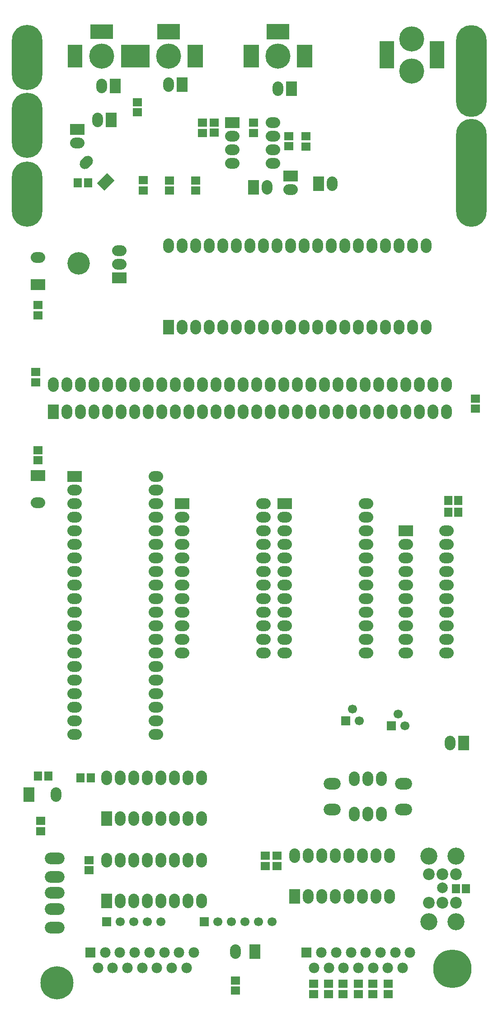
<source format=gbs>
G04 DipTrace 3.3.1.3*
G04 bottom_mask_dendy_junior_II_rev_2.2.gbs*
%MOMM*%
G04 #@! TF.FileFunction,Soldermask,Bot*
G04 #@! TF.Part,Single*
%AMOUTLINE1*
4,1,16,
0.96258,-0.45164,
1.19378,-0.08364,
1.24373,0.35975,
1.09638,0.78087,
0.78087,1.09638,
0.35975,1.24373,
-0.08364,1.19378,
-0.45164,0.96258,
-0.96258,0.45164,
-1.19378,0.08364,
-1.24373,-0.35975,
-1.09638,-0.78087,
-0.78087,-1.09638,
-0.35975,-1.24373,
0.08364,-1.19378,
0.45164,-0.96258,
0.96258,-0.45164,
0*%
%AMOUTLINE4*
4,1,4,
-0.2475,-1.66169,
-1.66169,-0.2475,
0.2475,1.66169,
1.66169,0.2475,
-0.2475,-1.66169,
0*%
%AMOUTLINE7*
4,1,4,
1.0,-1.35,
-1.0,-1.35,
-1.0,1.35,
1.0,1.35,
1.0,-1.35,
0*%
%AMOUTLINE10*
4,1,16,
1.0,0.36127,
0.90328,0.78501,
0.62509,1.13383,
0.22309,1.32743,
-0.22309,1.32743,
-0.62509,1.13383,
-0.90328,0.78501,
-1.0,0.36127,
-1.0,-0.36127,
-0.90328,-0.78501,
-0.62509,-1.13383,
-0.22309,-1.32743,
0.22309,-1.32743,
0.62509,-1.13383,
0.90328,-0.78501,
1.0,-0.36127,
1.0,0.36127,
0*%
%AMOUTLINE13*
4,1,4,
2.1,-1.4,
-2.1,-1.4,
-2.1,1.4,
2.1,1.4,
2.1,-1.4,
0*%
%AMOUTLINE16*
4,1,4,
1.4,2.1,
1.4,-2.1,
-1.4,-2.1,
-1.4,2.1,
1.4,2.1,
0*%
%ADD19C,2.0*%
%ADD59C,0.9*%
%ADD69C,3.2*%
%ADD71C,2.2*%
%ADD73O,3.2X2.2*%
%ADD75O,3.7X2.2*%
%ADD77O,5.7X20.2*%
%ADD79C,4.2*%
%ADD81O,5.7X17.2*%
%ADD83C,7.2*%
%ADD85O,5.7X12.2*%
%ADD87C,6.2*%
%ADD89R,2.7X5.2*%
%ADD91C,4.7*%
%ADD93R,2.8X4.2*%
%ADD95R,4.2X2.8*%
%ADD99C,1.7*%
%ADD101R,1.7X1.7*%
%ADD103C,1.978*%
%ADD105R,1.978X1.978*%
%ADD107R,1.7X1.5*%
%ADD109O,2.7X2.0*%
%ADD111R,2.7X2.0*%
%ADD113O,2.0X2.7*%
%ADD115R,2.0X2.7*%
%ADD119R,1.5X1.7*%
%ADD133OUTLINE1*%
%ADD136OUTLINE4*%
%ADD139OUTLINE7*%
%ADD142OUTLINE10*%
%ADD145OUTLINE13*%
%ADD148OUTLINE16*%
%FSLAX35Y35*%
G04*
G71*
G90*
G75*
G01*
G04 BotMask*
%LPD*%
D59*
X9367003Y2158997D3*
Y1619190D3*
X9636907Y1889093D3*
X9097100D3*
X9541647Y1682697D3*
X9573400Y2079613D3*
X9176483Y1682697D3*
Y2095490D3*
X1952600Y1857340D3*
Y1381040D3*
X2190750Y1619190D3*
X1730327D3*
X2111367Y1444547D3*
Y1777957D3*
X1793833Y1460423D3*
Y1777957D3*
D115*
X3048093Y18400827D3*
D113*
X2794090D3*
D115*
X4302347Y18432580D3*
D113*
X4048343D3*
D111*
X2333640Y17591117D3*
D109*
Y17337113D3*
D115*
X2968707Y17765760D3*
D113*
X2714703D3*
D111*
X6334560Y16717900D3*
D109*
Y16463897D3*
D115*
X9573403Y6112287D3*
D113*
X9319400D3*
D107*
X1603313Y11399217D3*
Y11589217D3*
D109*
X1603340Y10605410D3*
D111*
Y11113410D3*
D119*
X2540037Y16590887D3*
X2350037D3*
D133*
X2508283Y16971927D3*
D136*
X2867493Y16612713D3*
D107*
X5635987Y17717610D3*
Y17527610D3*
D139*
X5636073Y16511497D3*
D142*
X5890077D3*
D119*
X2587667Y5461343D3*
X2397667D3*
X9287880Y10430480D3*
X9477880D3*
D107*
X2555913Y3921307D3*
Y3731307D3*
X6080533Y4000690D3*
Y3810690D3*
D115*
X6858490Y16575010D3*
D113*
X7112493D3*
D115*
X6350427Y18353187D3*
D113*
X6096423D3*
D107*
X1603313Y14304647D3*
Y14114647D3*
D109*
Y15193740D3*
D111*
Y14685740D3*
D119*
Y5493097D3*
X1793313D3*
D113*
X1936723Y5143810D3*
D115*
X1428723D3*
D107*
X1555683Y12860390D3*
Y13050390D3*
D119*
X9287620Y10653013D3*
X9477620D3*
D107*
X1650943Y4651633D3*
Y4461633D3*
X5858260Y4000690D3*
Y3810690D3*
X9795673Y12367693D3*
Y12557693D3*
D115*
X1889137Y12304173D3*
D113*
X2143137D3*
X2397093Y12304187D3*
X2651093D3*
X2905097D3*
X3159093D3*
X3413093D3*
X3667097D3*
X3921093D3*
X4175093D3*
X4429097D3*
X4683093D3*
X4937093D3*
X5191097D3*
X5445097D3*
X5699093D3*
X5953097D3*
X6207097D3*
X6461093D3*
X6715097D3*
X6969097D3*
X7223093D3*
X7477097D3*
X7731097D3*
X7985093D3*
X8239093D3*
X8493097D3*
X8747093D3*
X9001093D3*
X9255097D3*
Y12812187D3*
X9001093D3*
X8747093D3*
X8493097D3*
X8239093D3*
X7985093D3*
X7731097D3*
X7477097D3*
X7223093D3*
X6969097D3*
X6715097D3*
X6461093D3*
X6207097D3*
X5953097D3*
X5699093D3*
X5445097D3*
X5191097D3*
X4937093D3*
X4683093D3*
X4429097D3*
X4175093D3*
X3921093D3*
X3667097D3*
X3413093D3*
X3159093D3*
X2905097D3*
X2651093D3*
X2397093D3*
X2143097D3*
X1889093D3*
X7525310Y5445467D3*
X7779310D3*
X8033310D3*
X7525310Y4778647D3*
X7779310D3*
X8033310D3*
D105*
X2583430Y2189403D3*
D103*
X2860330D3*
X3137130D3*
X3414030D3*
X3690833D3*
X3967733D3*
X4244633D3*
X4521430D3*
X2723130Y1905003D3*
X2999930D3*
X3276830D3*
X3553627D3*
X3830527D3*
X4107427D3*
X4384230D3*
D105*
X6633590Y2189403D3*
D103*
X6910490D3*
X7187290D3*
X7464190D3*
X7740993D3*
X8017893D3*
X8294793D3*
X8571590D3*
X6773290Y1905003D3*
X7050090D3*
X7326990D3*
X7603787D3*
X7880687D3*
X8157587D3*
X8434390D3*
D101*
X2889323Y2762310D3*
D99*
X3143323D3*
X3397323D3*
X3651323D3*
X3905323D3*
D101*
X4715140D3*
D99*
X4969140D3*
X5223140D3*
X5477140D3*
X5731140D3*
X5985140D3*
D95*
X2794063Y19416933D3*
D93*
X2294063Y18966933D3*
X3294063D3*
D91*
X2794063D3*
D145*
X4048320Y19416933D3*
D148*
X3548320Y18966933D3*
X4548320D3*
D91*
X4048320D3*
D145*
X6096410Y19416933D3*
D148*
X5596410Y18966933D3*
X6596410D3*
D91*
X6096410D3*
X8604923Y18686607D3*
Y19286607D3*
D89*
X9073503Y18986423D3*
X8134923Y18986607D3*
D115*
X5667740Y2206627D3*
D87*
X1952600Y1619190D3*
D113*
X5302577Y2206627D3*
D85*
X1396917Y18940633D3*
D83*
X9367003Y1889093D3*
D85*
X1396917Y17670500D3*
Y16384490D3*
D81*
X9718007Y18686253D3*
D79*
X2365393Y15082603D3*
D77*
X9716290Y16781407D3*
D75*
X1917497Y3953060D3*
Y3602760D3*
Y3304960D3*
Y3003960D3*
Y2654860D3*
D101*
X8223883Y6429820D3*
D99*
X8350883Y6652020D3*
X8477883Y6429820D3*
D101*
X7366543Y6525080D3*
D99*
X7493543Y6747280D3*
X7620543Y6525080D3*
D73*
X7112517Y5350207D3*
Y4867607D3*
X8446157Y5350207D3*
Y4867607D3*
D107*
X4064197Y16638517D3*
Y16448517D3*
X3572020Y16639037D3*
Y16449037D3*
X4556373Y16638517D3*
Y16448517D3*
X4683387Y17527610D3*
Y17717610D3*
X6620340Y17273583D3*
Y17463583D3*
X4905660Y17718130D3*
Y17528130D3*
X6302807Y17464103D3*
Y17274103D3*
X8160377Y1412793D3*
Y1602793D3*
X7874597Y1412793D3*
Y1602793D3*
X6763230Y1413313D3*
Y1603313D3*
X7604693Y1412793D3*
Y1602793D3*
X7318913Y1412793D3*
Y1602793D3*
X7049010Y1412793D3*
Y1602793D3*
X3460883Y18099170D3*
Y17909170D3*
D119*
X9621030Y3381500D3*
X9431030D3*
D107*
X5302837Y1476560D3*
Y1666560D3*
D71*
X8922457Y3659313D3*
X9176457D3*
X9430457D3*
X8922457Y3124913D3*
X9176457D3*
X9430457D3*
D69*
X8922457Y2770213D3*
Y3992613D3*
X9430457D3*
Y2770213D3*
D19*
X9176457Y3397313D3*
D111*
X2286010Y11097560D3*
D109*
Y10843560D3*
Y10589560D3*
Y10335560D3*
Y10081560D3*
Y9827560D3*
Y9573560D3*
Y9319560D3*
Y9065560D3*
Y8811560D3*
Y8557560D3*
Y8303560D3*
Y8049560D3*
Y7795560D3*
Y7541560D3*
Y7287560D3*
Y7033563D3*
Y6779560D3*
Y6525560D3*
Y6271563D3*
X3810010D3*
Y6525560D3*
Y6779560D3*
Y7033563D3*
Y7287560D3*
Y7541560D3*
Y7795560D3*
Y8049560D3*
Y8303560D3*
Y8557560D3*
Y8811560D3*
Y9065560D3*
Y9319560D3*
Y9573560D3*
Y9827560D3*
Y10081560D3*
Y10335560D3*
Y10589560D3*
Y10843560D3*
Y11097560D3*
D115*
X4048320Y13891853D3*
D113*
X4302320D3*
X4556320D3*
X4810320D3*
X5064320D3*
X5318320D3*
X5572320D3*
X5826320D3*
X6080320D3*
X6334320D3*
X6588320D3*
X6842320D3*
X7096320D3*
X7350320D3*
X7604320D3*
X7858320D3*
X8112317D3*
X8366320D3*
X8620320D3*
X8874317D3*
Y15415853D3*
X8620320D3*
X8366320D3*
X8112317D3*
X7858320D3*
X7604320D3*
X7350320D3*
X7096320D3*
X6842320D3*
X6588320D3*
X6334320D3*
X6080320D3*
X5826320D3*
X5572320D3*
X5318320D3*
X5064320D3*
X4810320D3*
X4556320D3*
X4302320D3*
X4048320D3*
D115*
X2889377Y4699397D3*
D113*
X3143377D3*
X3397377D3*
X3651377D3*
X3905377D3*
X4159377D3*
X4413377D3*
X4667377D3*
Y5461397D3*
X4413377D3*
X4159377D3*
X3905377D3*
X3651377D3*
X3397377D3*
X3143377D3*
X2889377D3*
D111*
X8493787Y10081453D3*
D109*
Y9827453D3*
Y9573453D3*
Y9319453D3*
Y9065450D3*
Y8811450D3*
Y8557453D3*
Y8303450D3*
Y8049450D3*
Y7795453D3*
X9255787Y10081450D3*
Y9827450D3*
Y9573450D3*
Y9319453D3*
Y9065450D3*
Y8811450D3*
Y8557453D3*
Y8303450D3*
Y8049450D3*
Y7795453D3*
D115*
X2889377Y3159360D3*
D113*
X3143377D3*
X3397377D3*
X3651377D3*
X3905377D3*
X4159377D3*
X4413377D3*
X4667377D3*
Y3921360D3*
X4413377D3*
X4159377D3*
X3905377D3*
X3651377D3*
X3397377D3*
X3143377D3*
X2889377D3*
D115*
X6413943Y3238610D3*
D113*
X6667943D3*
X6921943D3*
X7175943D3*
X7429943D3*
X7683943D3*
X7937943D3*
X8191943D3*
Y4000610D3*
X7937943D3*
X7683943D3*
X7429943D3*
X7175943D3*
X6921943D3*
X6667943D3*
X6413943D3*
D111*
X3127473Y14812700D3*
D109*
Y15066700D3*
Y15320700D3*
D111*
X5239070Y17718130D3*
D109*
Y17464130D3*
Y17210130D3*
Y16956130D3*
X6001070D3*
Y17210130D3*
Y17464130D3*
Y17718130D3*
D111*
X4302347Y10589507D3*
D109*
Y10335507D3*
Y10081507D3*
Y9827507D3*
Y9573507D3*
Y9319507D3*
Y9065507D3*
Y8811507D3*
Y8557507D3*
Y8303507D3*
Y8049507D3*
Y7795507D3*
X5826347D3*
Y8049507D3*
Y8303507D3*
Y8557507D3*
Y8811507D3*
Y9065507D3*
Y9319507D3*
Y9573507D3*
Y9827507D3*
Y10081507D3*
Y10335507D3*
Y10589507D3*
D111*
X6223423D3*
D109*
Y10335507D3*
Y10081507D3*
Y9827507D3*
Y9573507D3*
Y9319507D3*
Y9065507D3*
Y8811507D3*
Y8557507D3*
Y8303507D3*
Y8049507D3*
Y7795507D3*
X7747423D3*
Y8049507D3*
Y8303507D3*
Y8557507D3*
Y8811507D3*
Y9065507D3*
Y9319507D3*
Y9573507D3*
Y9827507D3*
Y10081507D3*
Y10335507D3*
Y10589507D3*
M02*

</source>
